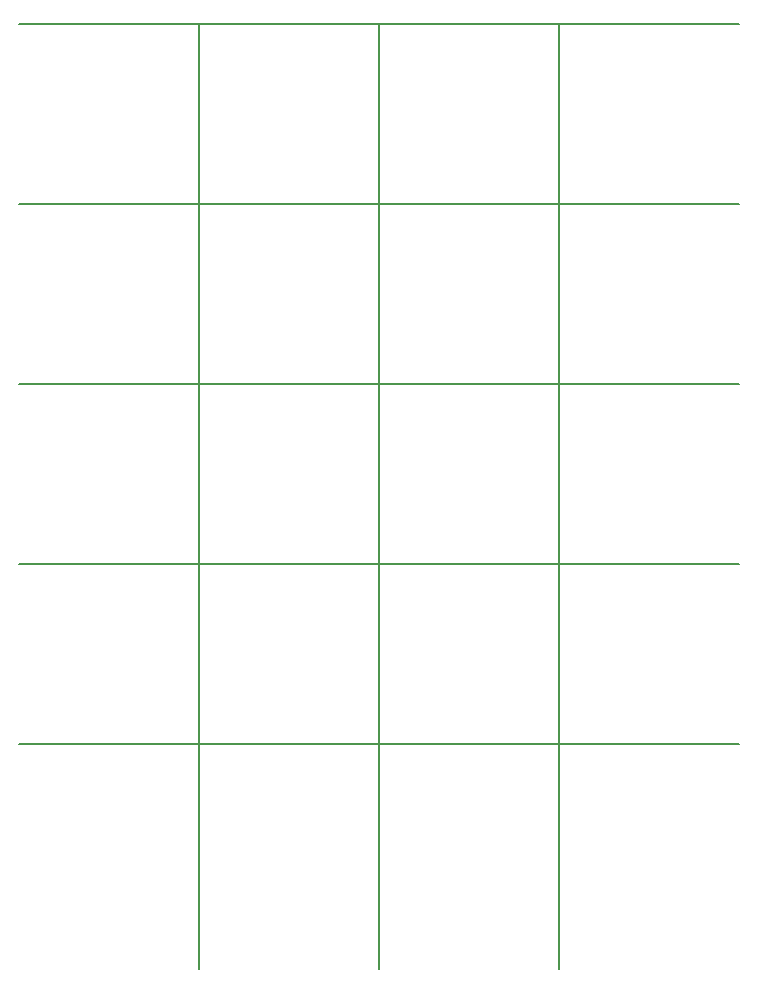
<source format=gbr>
G04 #@! TF.GenerationSoftware,KiCad,Pcbnew,(5.1.8)-1*
G04 #@! TF.CreationDate,2022-04-25T19:50:44+02:00*
G04 #@! TF.ProjectId,A2600 Keyboard,41323630-3020-44b6-9579-626f6172642e,rev?*
G04 #@! TF.SameCoordinates,Original*
G04 #@! TF.FileFunction,OtherDrawing,Comment*
%FSLAX46Y46*%
G04 Gerber Fmt 4.6, Leading zero omitted, Abs format (unit mm)*
G04 Created by KiCad (PCBNEW (5.1.8)-1) date 2022-04-25 19:50:44*
%MOMM*%
%LPD*%
G01*
G04 APERTURE LIST*
%ADD10C,0.150000*%
G04 APERTURE END LIST*
D10*
X182880000Y-59690000D02*
X121920000Y-59690000D01*
X167640000Y-139700000D02*
X167640000Y-59690000D01*
X137160000Y-59690000D02*
X137160000Y-139700000D01*
X152400000Y-59690000D02*
X152400000Y-139700000D01*
X182880000Y-74930000D02*
X121920000Y-74930000D01*
X182880000Y-90170000D02*
X121920000Y-90170000D01*
X182880000Y-105410000D02*
X121920000Y-105410000D01*
X182880000Y-120650000D02*
X121920000Y-120650000D01*
M02*

</source>
